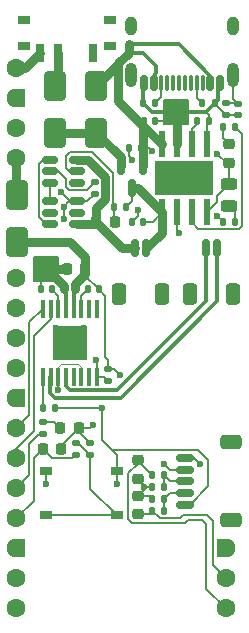
<source format=gbr>
%TF.GenerationSoftware,KiCad,Pcbnew,9.0.0*%
%TF.CreationDate,2025-03-18T00:42:33+02:00*%
%TF.ProjectId,haptic-bracelet,68617074-6963-42d6-9272-6163656c6574,rev?*%
%TF.SameCoordinates,Original*%
%TF.FileFunction,Copper,L1,Top*%
%TF.FilePolarity,Positive*%
%FSLAX46Y46*%
G04 Gerber Fmt 4.6, Leading zero omitted, Abs format (unit mm)*
G04 Created by KiCad (PCBNEW 9.0.0) date 2025-03-18 00:42:33*
%MOMM*%
%LPD*%
G01*
G04 APERTURE LIST*
G04 Aperture macros list*
%AMRoundRect*
0 Rectangle with rounded corners*
0 $1 Rounding radius*
0 $2 $3 $4 $5 $6 $7 $8 $9 X,Y pos of 4 corners*
0 Add a 4 corners polygon primitive as box body*
4,1,4,$2,$3,$4,$5,$6,$7,$8,$9,$2,$3,0*
0 Add four circle primitives for the rounded corners*
1,1,$1+$1,$2,$3*
1,1,$1+$1,$4,$5*
1,1,$1+$1,$6,$7*
1,1,$1+$1,$8,$9*
0 Add four rect primitives between the rounded corners*
20,1,$1+$1,$2,$3,$4,$5,0*
20,1,$1+$1,$4,$5,$6,$7,0*
20,1,$1+$1,$6,$7,$8,$9,0*
20,1,$1+$1,$8,$9,$2,$3,0*%
%AMFreePoly0*
4,1,37,0.603843,0.796157,0.639018,0.796157,0.711114,0.766294,0.766294,0.711114,0.796157,0.639018,0.796157,0.603843,0.800000,0.600000,0.800000,-0.600000,0.796157,-0.603843,0.796157,-0.639018,0.766294,-0.711114,0.711114,-0.766294,0.639018,-0.796157,0.603843,-0.796157,0.600000,-0.800000,0.000000,-0.800000,0.000000,-0.796148,-0.078414,-0.796148,-0.232228,-0.765552,-0.377117,-0.705537,
-0.507515,-0.618408,-0.618408,-0.507515,-0.705537,-0.377117,-0.765552,-0.232228,-0.796148,-0.078414,-0.796148,0.078414,-0.765552,0.232228,-0.705537,0.377117,-0.618408,0.507515,-0.507515,0.618408,-0.377117,0.705537,-0.232228,0.765552,-0.078414,0.796148,0.000000,0.796148,0.000000,0.800000,0.600000,0.800000,0.603843,0.796157,0.603843,0.796157,$1*%
%AMFreePoly1*
4,1,37,0.000000,0.796148,0.078414,0.796148,0.232228,0.765552,0.377117,0.705537,0.507515,0.618408,0.618408,0.507515,0.705537,0.377117,0.765552,0.232228,0.796148,0.078414,0.796148,-0.078414,0.765552,-0.232228,0.705537,-0.377117,0.618408,-0.507515,0.507515,-0.618408,0.377117,-0.705537,0.232228,-0.765552,0.078414,-0.796148,0.000000,-0.796148,0.000000,-0.800000,-0.600000,-0.800000,
-0.603843,-0.796157,-0.639018,-0.796157,-0.711114,-0.766294,-0.766294,-0.711114,-0.796157,-0.639018,-0.796157,-0.603843,-0.800000,-0.600000,-0.800000,0.600000,-0.796157,0.603843,-0.796157,0.639018,-0.766294,0.711114,-0.711114,0.766294,-0.639018,0.796157,-0.603843,0.796157,-0.600000,0.800000,0.000000,0.800000,0.000000,0.796148,0.000000,0.796148,$1*%
G04 Aperture macros list end*
%TA.AperFunction,Conductor*%
%ADD10C,0.200000*%
%TD*%
%TA.AperFunction,SMDPad,CuDef*%
%ADD11RoundRect,0.218750X0.218750X0.256250X-0.218750X0.256250X-0.218750X-0.256250X0.218750X-0.256250X0*%
%TD*%
%TA.AperFunction,SMDPad,CuDef*%
%ADD12R,1.000000X0.800000*%
%TD*%
%TA.AperFunction,SMDPad,CuDef*%
%ADD13R,0.700000X1.500000*%
%TD*%
%TA.AperFunction,SMDPad,CuDef*%
%ADD14RoundRect,0.150000X-0.150000X-0.625000X0.150000X-0.625000X0.150000X0.625000X-0.150000X0.625000X0*%
%TD*%
%TA.AperFunction,SMDPad,CuDef*%
%ADD15RoundRect,0.250000X-0.350000X-0.650000X0.350000X-0.650000X0.350000X0.650000X-0.350000X0.650000X0*%
%TD*%
%TA.AperFunction,SMDPad,CuDef*%
%ADD16RoundRect,0.150000X-0.512500X-0.150000X0.512500X-0.150000X0.512500X0.150000X-0.512500X0.150000X0*%
%TD*%
%TA.AperFunction,SMDPad,CuDef*%
%ADD17RoundRect,0.135000X-0.135000X-0.185000X0.135000X-0.185000X0.135000X0.185000X-0.135000X0.185000X0*%
%TD*%
%TA.AperFunction,SMDPad,CuDef*%
%ADD18RoundRect,0.135000X0.135000X0.185000X-0.135000X0.185000X-0.135000X-0.185000X0.135000X-0.185000X0*%
%TD*%
%TA.AperFunction,SMDPad,CuDef*%
%ADD19RoundRect,0.140000X-0.140000X-0.170000X0.140000X-0.170000X0.140000X0.170000X-0.140000X0.170000X0*%
%TD*%
%TA.AperFunction,SMDPad,CuDef*%
%ADD20RoundRect,0.225000X-0.225000X-0.250000X0.225000X-0.250000X0.225000X0.250000X-0.225000X0.250000X0*%
%TD*%
%TA.AperFunction,SMDPad,CuDef*%
%ADD21RoundRect,0.250000X-0.650000X1.000000X-0.650000X-1.000000X0.650000X-1.000000X0.650000X1.000000X0*%
%TD*%
%TA.AperFunction,SMDPad,CuDef*%
%ADD22RoundRect,0.140000X0.140000X0.170000X-0.140000X0.170000X-0.140000X-0.170000X0.140000X-0.170000X0*%
%TD*%
%TA.AperFunction,SMDPad,CuDef*%
%ADD23RoundRect,0.225000X0.225000X0.250000X-0.225000X0.250000X-0.225000X-0.250000X0.225000X-0.250000X0*%
%TD*%
%TA.AperFunction,SMDPad,CuDef*%
%ADD24RoundRect,0.225000X-0.250000X0.225000X-0.250000X-0.225000X0.250000X-0.225000X0.250000X0.225000X0*%
%TD*%
%TA.AperFunction,SMDPad,CuDef*%
%ADD25R,1.000000X0.750000*%
%TD*%
%TA.AperFunction,SMDPad,CuDef*%
%ADD26RoundRect,0.150000X0.512500X0.150000X-0.512500X0.150000X-0.512500X-0.150000X0.512500X-0.150000X0*%
%TD*%
%TA.AperFunction,SMDPad,CuDef*%
%ADD27RoundRect,0.250000X0.650000X-1.000000X0.650000X1.000000X-0.650000X1.000000X-0.650000X-1.000000X0*%
%TD*%
%TA.AperFunction,SMDPad,CuDef*%
%ADD28RoundRect,0.135000X0.185000X-0.135000X0.185000X0.135000X-0.185000X0.135000X-0.185000X-0.135000X0*%
%TD*%
%TA.AperFunction,SMDPad,CuDef*%
%ADD29RoundRect,0.150000X0.150000X0.500000X-0.150000X0.500000X-0.150000X-0.500000X0.150000X-0.500000X0*%
%TD*%
%TA.AperFunction,SMDPad,CuDef*%
%ADD30RoundRect,0.075000X0.075000X0.575000X-0.075000X0.575000X-0.075000X-0.575000X0.075000X-0.575000X0*%
%TD*%
%TA.AperFunction,HeatsinkPad*%
%ADD31O,1.000000X2.100000*%
%TD*%
%TA.AperFunction,HeatsinkPad*%
%ADD32O,1.000000X1.600000*%
%TD*%
%TA.AperFunction,SMDPad,CuDef*%
%ADD33RoundRect,0.100000X0.100000X-0.675000X0.100000X0.675000X-0.100000X0.675000X-0.100000X-0.675000X0*%
%TD*%
%TA.AperFunction,HeatsinkPad*%
%ADD34C,0.600000*%
%TD*%
%TA.AperFunction,HeatsinkPad*%
%ADD35R,3.000000X3.000000*%
%TD*%
%TA.AperFunction,SMDPad,CuDef*%
%ADD36RoundRect,0.243750X0.456250X-0.243750X0.456250X0.243750X-0.456250X0.243750X-0.456250X-0.243750X0*%
%TD*%
%TA.AperFunction,SMDPad,CuDef*%
%ADD37RoundRect,0.225000X0.250000X-0.225000X0.250000X0.225000X-0.250000X0.225000X-0.250000X-0.225000X0*%
%TD*%
%TA.AperFunction,SMDPad,CuDef*%
%ADD38RoundRect,0.218750X-0.256250X0.218750X-0.256250X-0.218750X0.256250X-0.218750X0.256250X0.218750X0*%
%TD*%
%TA.AperFunction,SMDPad,CuDef*%
%ADD39RoundRect,0.150000X-0.150000X0.587500X-0.150000X-0.587500X0.150000X-0.587500X0.150000X0.587500X0*%
%TD*%
%TA.AperFunction,SMDPad,CuDef*%
%ADD40RoundRect,0.135000X-0.185000X0.135000X-0.185000X-0.135000X0.185000X-0.135000X0.185000X0.135000X0*%
%TD*%
%TA.AperFunction,SMDPad,CuDef*%
%ADD41RoundRect,0.150000X0.625000X-0.150000X0.625000X0.150000X-0.625000X0.150000X-0.625000X-0.150000X0*%
%TD*%
%TA.AperFunction,SMDPad,CuDef*%
%ADD42RoundRect,0.250000X0.650000X-0.350000X0.650000X0.350000X-0.650000X0.350000X-0.650000X-0.350000X0*%
%TD*%
%TA.AperFunction,SMDPad,CuDef*%
%ADD43RoundRect,0.140000X0.170000X-0.140000X0.170000X0.140000X-0.170000X0.140000X-0.170000X-0.140000X0*%
%TD*%
%TA.AperFunction,SMDPad,CuDef*%
%ADD44R,0.500000X2.200000*%
%TD*%
%TA.AperFunction,ComponentPad*%
%ADD45C,0.630000*%
%TD*%
%TA.AperFunction,SMDPad,CuDef*%
%ADD46R,4.900000X2.950000*%
%TD*%
%TA.AperFunction,ComponentPad*%
%ADD47FreePoly0,180.000000*%
%TD*%
%TA.AperFunction,ComponentPad*%
%ADD48C,1.600000*%
%TD*%
%TA.AperFunction,ComponentPad*%
%ADD49FreePoly1,180.000000*%
%TD*%
%TA.AperFunction,ViaPad*%
%ADD50C,0.600000*%
%TD*%
%TA.AperFunction,Conductor*%
%ADD51C,0.750000*%
%TD*%
%TA.AperFunction,Conductor*%
%ADD52C,0.300000*%
%TD*%
%TA.AperFunction,Conductor*%
%ADD53C,0.100000*%
%TD*%
G04 APERTURE END LIST*
%TO.N,GND*%
D10*
X168750000Y-80250000D02*
X170750000Y-80250000D01*
X170750000Y-82250000D01*
X168750000Y-82250000D01*
X168750000Y-80250000D01*
%TA.AperFunction,Conductor*%
G36*
X168750000Y-80250000D02*
G01*
X170750000Y-80250000D01*
X170750000Y-82250000D01*
X168750000Y-82250000D01*
X168750000Y-80250000D01*
G37*
%TD.AperFunction*%
X157750000Y-93500000D02*
X159750000Y-93500000D01*
X159750000Y-95500000D01*
X157750000Y-95500000D01*
X157750000Y-93500000D01*
%TA.AperFunction,Conductor*%
G36*
X157750000Y-93500000D02*
G01*
X159750000Y-93500000D01*
X159750000Y-95500000D01*
X157750000Y-95500000D01*
X157750000Y-93500000D01*
G37*
%TD.AperFunction*%
%TD*%
D11*
%TO.P,D3,1,K*%
%TO.N,GND*%
X161537500Y-108000000D03*
%TO.P,D3,2,A*%
%TO.N,Net-(D3-A)*%
X159962500Y-108000000D03*
%TD*%
D12*
%TO.P,SW2,*%
%TO.N,*%
X164150000Y-75605000D03*
X164150000Y-73395000D03*
X156850000Y-75605000D03*
X156850000Y-73395000D03*
D13*
%TO.P,SW2,1,A*%
%TO.N,unconnected-(SW2-A-Pad1)*%
X162750000Y-76255000D03*
%TO.P,SW2,2,B*%
%TO.N,Net-(D8-K)*%
X159750000Y-76255000D03*
%TO.P,SW2,3,C*%
%TO.N,Net-(A1-VSYS)*%
X158250000Y-76255000D03*
%TD*%
D14*
%TO.P,J4,1,Pin_1*%
%TO.N,-BATT*%
X166250000Y-92750000D03*
%TO.P,J4,2,Pin_2*%
%TO.N,+BATT*%
X167250000Y-92750000D03*
D15*
%TO.P,J4,MP*%
%TO.N,N/C*%
X164950000Y-96625000D03*
X168550000Y-96625000D03*
%TD*%
D16*
%TO.P,U4,1,OD*%
%TO.N,Net-(U3-G1)*%
X159112500Y-85300000D03*
%TO.P,U4,2,CS*%
%TO.N,Net-(U4-CS)*%
X159112500Y-86250000D03*
%TO.P,U4,3,OC*%
%TO.N,Net-(U3-G2)*%
X159112500Y-87200000D03*
%TO.P,U4,4,TD*%
%TO.N,unconnected-(U4-TD-Pad4)*%
X161387500Y-87200000D03*
%TO.P,U4,5,VCC*%
%TO.N,Net-(U4-VCC)*%
X161387500Y-86250000D03*
%TO.P,U4,6,GND*%
%TO.N,-BATT*%
X161387500Y-85300000D03*
%TD*%
D17*
%TO.P,R6,1*%
%TO.N,GND*%
X166990000Y-80500000D03*
%TO.P,R6,2*%
%TO.N,Net-(J5-CC2)*%
X168010000Y-80500000D03*
%TD*%
%TO.P,R5,1*%
%TO.N,Net-(U4-VCC)*%
X164490000Y-89250000D03*
%TO.P,R5,2*%
%TO.N,+BATT*%
X165510000Y-89250000D03*
%TD*%
D18*
%TO.P,R12,1*%
%TO.N,+5V*%
X166760000Y-84250000D03*
%TO.P,R12,2*%
%TO.N,GND*%
X165740000Y-84250000D03*
%TD*%
D19*
%TO.P,C2,1*%
%TO.N,GND*%
X166020000Y-90500000D03*
%TO.P,C2,2*%
%TO.N,+BATT*%
X166980000Y-90500000D03*
%TD*%
D20*
%TO.P,C11,1*%
%TO.N,PAIR_BUTTON*%
X158475000Y-109750000D03*
%TO.P,C11,2*%
%TO.N,GND*%
X160025000Y-109750000D03*
%TD*%
D18*
%TO.P,R2,1*%
%TO.N,Net-(U1-~{CHRG})*%
X174760000Y-82500000D03*
%TO.P,R2,2*%
%TO.N,Net-(D2-K)*%
X173740000Y-82500000D03*
%TD*%
D21*
%TO.P,D8,1,K*%
%TO.N,Net-(D8-K)*%
X159500000Y-79000000D03*
%TO.P,D8,2,A*%
%TO.N,VCC*%
X159500000Y-83000000D03*
%TD*%
D18*
%TO.P,R15,1*%
%TO.N,Net-(J6-Pin_3)*%
X168760000Y-113000000D03*
%TO.P,R15,2*%
%TO.N,GND*%
X167740000Y-113000000D03*
%TD*%
D20*
%TO.P,C3,1*%
%TO.N,-BATT*%
X163000000Y-90500000D03*
%TO.P,C3,2*%
%TO.N,Net-(U4-VCC)*%
X164550000Y-90500000D03*
%TD*%
D18*
%TO.P,R7,1*%
%TO.N,GND*%
X173010000Y-80500000D03*
%TO.P,R7,2*%
%TO.N,Net-(J5-CC1)*%
X171990000Y-80500000D03*
%TD*%
D22*
%TO.P,C6,1*%
%TO.N,+3V3*%
X163230000Y-96250000D03*
%TO.P,C6,2*%
%TO.N,Net-(U2-VCP)*%
X162270000Y-96250000D03*
%TD*%
D14*
%TO.P,J2,1,Pin_1*%
%TO.N,MA2*%
X172250000Y-92750000D03*
%TO.P,J2,2,Pin_2*%
%TO.N,MA1*%
X173250000Y-92750000D03*
D15*
%TO.P,J2,MP*%
%TO.N,N/C*%
X170950000Y-96625000D03*
X174550000Y-96625000D03*
%TD*%
D18*
%TO.P,R1,1*%
%TO.N,GND*%
X172510000Y-82000000D03*
%TO.P,R1,2*%
%TO.N,Net-(U1-Prog)*%
X171490000Y-82000000D03*
%TD*%
D23*
%TO.P,C8,1*%
%TO.N,+3V3*%
X162050000Y-94500000D03*
%TO.P,C8,2*%
%TO.N,GND*%
X160500000Y-94500000D03*
%TD*%
D24*
%TO.P,C4,1*%
%TO.N,AUX_DIGITAL*%
X166500000Y-110725000D03*
%TO.P,C4,2*%
%TO.N,GND*%
X166500000Y-112275000D03*
%TD*%
D25*
%TO.P,SW1,1,1*%
%TO.N,Net-(R16-Pad2)*%
X164750000Y-115375000D03*
X158750000Y-115375000D03*
%TO.P,SW1,2,2*%
%TO.N,+3V3*%
X164750000Y-111625000D03*
X158750000Y-111625000D03*
%TD*%
D26*
%TO.P,U3,1,S1*%
%TO.N,-BATT*%
X161387500Y-90700000D03*
%TO.P,U3,2,D1D2*%
%TO.N,unconnected-(U3-D1D2-Pad2)*%
X161387500Y-89750000D03*
%TO.P,U3,3,S2*%
%TO.N,GND*%
X161387500Y-88800000D03*
%TO.P,U3,4,G2*%
%TO.N,Net-(U3-G2)*%
X159112500Y-88800000D03*
%TO.P,U3,5,D1D2*%
%TO.N,unconnected-(U3-D1D2-Pad5)*%
X159112500Y-89750000D03*
%TO.P,U3,6,G1*%
%TO.N,Net-(U3-G1)*%
X159112500Y-90700000D03*
%TD*%
D27*
%TO.P,D9,1,K*%
%TO.N,+3V3*%
X156250000Y-92250000D03*
%TO.P,D9,2,A*%
%TO.N,Net-(A1-3V3)*%
X156250000Y-88250000D03*
%TD*%
D28*
%TO.P,R4,1*%
%TO.N,GND*%
X162850000Y-88160000D03*
%TO.P,R4,2*%
%TO.N,Net-(U4-CS)*%
X162850000Y-87140000D03*
%TD*%
D22*
%TO.P,C10,1*%
%TO.N,GND*%
X167980000Y-82000000D03*
%TO.P,C10,2*%
%TO.N,+5V*%
X167020000Y-82000000D03*
%TD*%
D29*
%TO.P,J5,A1,GND*%
%TO.N,GND*%
X173450000Y-78745000D03*
%TO.P,J5,A4,VBUS*%
%TO.N,+5V*%
X172650000Y-78745000D03*
D30*
%TO.P,J5,A5,CC1*%
%TO.N,Net-(J5-CC1)*%
X171500000Y-78745000D03*
%TO.P,J5,A6*%
%TO.N,N/C*%
X170500000Y-78745000D03*
%TO.P,J5,A7*%
X170000000Y-78745000D03*
%TO.P,J5,A8*%
X169000000Y-78745000D03*
D29*
%TO.P,J5,A9,VBUS*%
%TO.N,+5V*%
X167850000Y-78745000D03*
%TO.P,J5,A12,GND*%
%TO.N,GND*%
X167050000Y-78745000D03*
%TO.P,J5,B1,GND*%
X167050000Y-78745000D03*
%TO.P,J5,B4,VBUS*%
%TO.N,+5V*%
X167850000Y-78745000D03*
D30*
%TO.P,J5,B5,CC2*%
%TO.N,Net-(J5-CC2)*%
X168500000Y-78745000D03*
%TO.P,J5,B6*%
%TO.N,N/C*%
X169500000Y-78745000D03*
%TO.P,J5,B7*%
X171000000Y-78745000D03*
%TO.P,J5,B8*%
X172000000Y-78745000D03*
D29*
%TO.P,J5,B9,VBUS*%
%TO.N,+5V*%
X172650000Y-78745000D03*
%TO.P,J5,B12,GND*%
%TO.N,GND*%
X173450000Y-78745000D03*
D31*
%TO.P,J5,S1,SHIELD*%
%TO.N,Net-(J5-SHIELD)*%
X174570000Y-78105000D03*
D32*
X174570000Y-73925000D03*
D31*
X165930000Y-78105000D03*
D32*
X165930000Y-73925000D03*
%TD*%
D18*
%TO.P,R8,1*%
%TO.N,Net-(J6-Pin_2)*%
X168760000Y-115000000D03*
%TO.P,R8,2*%
%TO.N,AUX_DETECT*%
X167740000Y-115000000D03*
%TD*%
D33*
%TO.P,U2,1,nSleep*%
%TO.N,Net-(U2-nSleep)*%
X158475000Y-103625000D03*
%TO.P,U2,2,AOUT1*%
%TO.N,MA1*%
X159125000Y-103625000D03*
%TO.P,U2,3,AISEN*%
%TO.N,GND*%
X159775000Y-103625000D03*
%TO.P,U2,4,AOUT2*%
%TO.N,MA2*%
X160425000Y-103625000D03*
%TO.P,U2,5,BOUT2*%
%TO.N,unconnected-(U2-BOUT2-Pad5)*%
X161075000Y-103625000D03*
%TO.P,U2,6,BISEN*%
%TO.N,GND*%
X161725000Y-103625000D03*
%TO.P,U2,7,BOUT1*%
%TO.N,unconnected-(U2-BOUT1-Pad7)*%
X162375000Y-103625000D03*
%TO.P,U2,8,nFAULT*%
%TO.N,nFAULT*%
X163025000Y-103625000D03*
%TO.P,U2,9,BIN1*%
%TO.N,unconnected-(U2-BIN1-Pad9)*%
X163025000Y-97875000D03*
%TO.P,U2,10,BIN2*%
%TO.N,unconnected-(U2-BIN2-Pad10)*%
X162375000Y-97875000D03*
%TO.P,U2,11,VCP*%
%TO.N,Net-(U2-VCP)*%
X161725000Y-97875000D03*
%TO.P,U2,12,VM*%
%TO.N,+3V3*%
X161075000Y-97875000D03*
%TO.P,U2,13,GND*%
%TO.N,GND*%
X160425000Y-97875000D03*
%TO.P,U2,14,VINT*%
%TO.N,Net-(U2-VINT)*%
X159775000Y-97875000D03*
%TO.P,U2,15,AIN2*%
%TO.N,IA2*%
X159125000Y-97875000D03*
%TO.P,U2,16,AIN1*%
%TO.N,IA1*%
X158475000Y-97875000D03*
D34*
%TO.P,U2,17*%
%TO.N,N/C*%
X159550000Y-101950000D03*
X161950000Y-101950000D03*
D35*
X160750000Y-100750000D03*
D34*
X159550000Y-99550000D03*
X161950000Y-99550000D03*
%TD*%
D28*
%TO.P,R17,1*%
%TO.N,Net-(R16-Pad2)*%
X162500000Y-110260000D03*
%TO.P,R17,2*%
%TO.N,GND*%
X162500000Y-109240000D03*
%TD*%
D17*
%TO.P,R9,1*%
%TO.N,Net-(U2-nSleep)*%
X158480000Y-106250000D03*
%TO.P,R9,2*%
%TO.N,+3V3*%
X159500000Y-106250000D03*
%TD*%
D36*
%TO.P,D1,1,K*%
%TO.N,Net-(D1-K)*%
X174250000Y-89187500D03*
%TO.P,D1,2,A*%
%TO.N,+5V*%
X174250000Y-87312500D03*
%TD*%
D37*
%TO.P,C1,1*%
%TO.N,AUX_DETECT*%
X166500000Y-115275000D03*
%TO.P,C1,2*%
%TO.N,GND*%
X166500000Y-113725000D03*
%TD*%
D18*
%TO.P,R14,1*%
%TO.N,Net-(J6-Pin_2)*%
X168760000Y-114000000D03*
%TO.P,R14,2*%
%TO.N,GND*%
X167740000Y-114000000D03*
%TD*%
D19*
%TO.P,C5,1*%
%TO.N,GND*%
X158290000Y-96250000D03*
%TO.P,C5,2*%
%TO.N,Net-(U2-VINT)*%
X159250000Y-96250000D03*
%TD*%
D28*
%TO.P,R11,1*%
%TO.N,GND*%
X174000000Y-81510000D03*
%TO.P,R11,2*%
%TO.N,Net-(J5-SHIELD)*%
X174000000Y-80490000D03*
%TD*%
D38*
%TO.P,D2,1,K*%
%TO.N,Net-(D2-K)*%
X174250000Y-83962500D03*
%TO.P,D2,2,A*%
%TO.N,+5V*%
X174250000Y-85537500D03*
%TD*%
D39*
%TO.P,Q2,1,G*%
%TO.N,+5V*%
X166950000Y-85812500D03*
%TO.P,Q2,2,S*%
%TO.N,VCC*%
X165050000Y-85812500D03*
%TO.P,Q2,3,D*%
%TO.N,+BATT*%
X166000000Y-87687500D03*
%TD*%
D40*
%TO.P,R18,1*%
%TO.N,Net-(D3-A)*%
X158500000Y-107490000D03*
%TO.P,R18,2*%
%TO.N,LED*%
X158500000Y-108510000D03*
%TD*%
D41*
%TO.P,J6,1,Pin_1*%
%TO.N,+3V3*%
X170500000Y-114500000D03*
%TO.P,J6,2,Pin_2*%
%TO.N,Net-(J6-Pin_2)*%
X170500000Y-113500000D03*
%TO.P,J6,3,Pin_3*%
%TO.N,Net-(J6-Pin_3)*%
X170500000Y-112500000D03*
%TO.P,J6,4,Pin_4*%
%TO.N,AUX_ANALOG*%
X170500000Y-111500000D03*
%TO.P,J6,5,Pin_5*%
%TO.N,GND*%
X170500000Y-110500000D03*
D42*
%TO.P,J6,MP*%
%TO.N,N/C*%
X174375000Y-115800000D03*
X174375000Y-109200000D03*
%TD*%
D17*
%TO.P,R13,1*%
%TO.N,AUX_DIGITAL*%
X167740000Y-112000000D03*
%TO.P,R13,2*%
%TO.N,Net-(J6-Pin_3)*%
X168760000Y-112000000D03*
%TD*%
D27*
%TO.P,D7,1,K*%
%TO.N,VCC*%
X163000000Y-83000000D03*
%TO.P,D7,2,A*%
%TO.N,+5V*%
X163000000Y-79000000D03*
%TD*%
D28*
%TO.P,R16,1*%
%TO.N,PAIR_BUTTON*%
X161250000Y-110260000D03*
%TO.P,R16,2*%
%TO.N,Net-(R16-Pad2)*%
X161250000Y-109240000D03*
%TD*%
D40*
%TO.P,R10,1*%
%TO.N,+3V3*%
X164000000Y-102990000D03*
%TO.P,R10,2*%
%TO.N,nFAULT*%
X164000000Y-104010000D03*
%TD*%
D17*
%TO.P,R3,1*%
%TO.N,Net-(U1-~{STDBY})*%
X173740000Y-90500000D03*
%TO.P,R3,2*%
%TO.N,Net-(D1-K)*%
X174760000Y-90500000D03*
%TD*%
D22*
%TO.P,C7,1*%
%TO.N,+3V3*%
X161230000Y-96250000D03*
%TO.P,C7,2*%
%TO.N,GND*%
X160270000Y-96250000D03*
%TD*%
D43*
%TO.P,C9,1*%
%TO.N,GND*%
X175000000Y-81480000D03*
%TO.P,C9,2*%
%TO.N,Net-(J5-SHIELD)*%
X175000000Y-80520000D03*
%TD*%
D44*
%TO.P,U1,1,Temp*%
%TO.N,GND*%
X172355000Y-83975000D03*
%TO.P,U1,2,Prog*%
%TO.N,Net-(U1-Prog)*%
X171085000Y-83975000D03*
%TO.P,U1,3,GND*%
%TO.N,GND*%
X169815000Y-83975000D03*
%TO.P,U1,4,Vcc*%
%TO.N,+5V*%
X168545000Y-83975000D03*
%TO.P,U1,5,BAT*%
%TO.N,+BATT*%
X168545000Y-89725000D03*
%TO.P,U1,6,~{STDBY}*%
%TO.N,Net-(U1-~{STDBY})*%
X169815000Y-89725000D03*
%TO.P,U1,7,~{CHRG}*%
%TO.N,Net-(U1-~{CHRG})*%
X171085000Y-89725000D03*
%TO.P,U1,8,CE*%
%TO.N,+5V*%
X172355000Y-89725000D03*
D45*
%TO.P,U1,9*%
%TO.N,N/C*%
X171750000Y-86200000D03*
X170450000Y-86200000D03*
X169150000Y-86200000D03*
D46*
X170450000Y-86850000D03*
D45*
X171750000Y-87500000D03*
X170450000Y-87500000D03*
X169150000Y-87500000D03*
%TD*%
D47*
%TO.P,A1,18,GND*%
%TO.N,GND*%
X174000000Y-118180000D03*
D48*
%TO.P,A1,19,GPIO14*%
%TO.N,AUX_DETECT*%
X174000000Y-120720000D03*
%TO.P,A1,20,GPIO15*%
%TO.N,AUX_DIGITAL*%
X174000000Y-123260000D03*
%TO.P,A1,21,GPIO16*%
%TO.N,unconnected-(A1-GPIO16-Pad21)*%
X156220000Y-123260000D03*
%TO.P,A1,22,GPIO17*%
%TO.N,unconnected-(A1-GPIO17-Pad22)*%
X156220000Y-120720000D03*
D49*
%TO.P,A1,23,GND*%
%TO.N,GND*%
X156220000Y-118180000D03*
D48*
%TO.P,A1,24,GPIO18*%
%TO.N,PAIR_BUTTON*%
X156220000Y-115640000D03*
%TO.P,A1,25,GPIO19*%
%TO.N,LED*%
X156220000Y-113100000D03*
%TO.P,A1,26,GPIO20*%
%TO.N,IA2*%
X156220000Y-110560000D03*
%TO.P,A1,27,GPIO21*%
%TO.N,IA1*%
X156220000Y-108020000D03*
D49*
%TO.P,A1,28,GND*%
%TO.N,GND*%
X156220000Y-105480000D03*
D48*
%TO.P,A1,29,GPIO22*%
%TO.N,nFAULT*%
X156220000Y-102940000D03*
%TO.P,A1,30,RUN*%
%TO.N,unconnected-(A1-RUN-Pad30)*%
X156220000Y-100400000D03*
%TO.P,A1,31,GPIO26_ADC0*%
%TO.N,AUX_ANALOG*%
X156220000Y-97860000D03*
%TO.P,A1,32,GPIO27_ADC1*%
%TO.N,unconnected-(A1-GPIO27_ADC1-Pad32)*%
X156220000Y-95320000D03*
%TO.P,A1,36,3V3*%
%TO.N,Net-(A1-3V3)*%
X156220000Y-85160000D03*
%TO.P,A1,37,3V3_EN*%
%TO.N,unconnected-(A1-3V3_EN-Pad37)*%
X156220000Y-82620000D03*
D49*
%TO.P,A1,38,GND*%
%TO.N,GND*%
X156220000Y-80080000D03*
D48*
%TO.P,A1,39,VSYS*%
%TO.N,Net-(A1-VSYS)*%
X156220000Y-77540000D03*
%TD*%
D50*
%TO.N,GND*%
X171750000Y-111000000D03*
X160000000Y-88000000D03*
X158750000Y-94500000D03*
X158750000Y-93750000D03*
X158000000Y-95250000D03*
X169750000Y-80500000D03*
X159750000Y-104750000D03*
X159500000Y-93750000D03*
X158750000Y-95250000D03*
X158000000Y-94500000D03*
X159500000Y-95250000D03*
X170500000Y-82000000D03*
X166500000Y-89500000D03*
X166000000Y-85250000D03*
X169000000Y-81250000D03*
X159500000Y-94500000D03*
X160250000Y-89250000D03*
X169750000Y-81250000D03*
X169750000Y-82000000D03*
X162750000Y-107750000D03*
X170500000Y-81250000D03*
X169000000Y-80500000D03*
X160250000Y-90250000D03*
X169000000Y-82000000D03*
X170500000Y-80500000D03*
X158000000Y-93750000D03*
X167000000Y-113000000D03*
%TO.N,Net-(U1-~{STDBY})*%
X170000000Y-91500000D03*
X173250000Y-90000000D03*
%TO.N,+5V*%
X167750000Y-84500000D03*
X173250000Y-84750000D03*
%TO.N,+3V3*%
X158750000Y-112750000D03*
X163500000Y-106250000D03*
X165000000Y-103500000D03*
X164750000Y-112750000D03*
%TO.N,AUX_ANALOG*%
X168750000Y-111000000D03*
%TO.N,nFAULT*%
X163000000Y-102250000D03*
%TD*%
D10*
%TO.N,GND*%
X160025000Y-109750000D02*
X160025000Y-109512500D01*
X160025000Y-109512500D02*
X161537500Y-108000000D01*
X161537500Y-108000000D02*
X161537500Y-108277500D01*
X161537500Y-108277500D02*
X162500000Y-109240000D01*
X161537500Y-108000000D02*
X162500000Y-108000000D01*
X162500000Y-108000000D02*
X162750000Y-107750000D01*
%TO.N,Net-(D3-A)*%
X158500000Y-107490000D02*
X159452500Y-107490000D01*
X159452500Y-107490000D02*
X159962500Y-108000000D01*
%TO.N,GND*%
X172355000Y-82155000D02*
X172510000Y-82000000D01*
D51*
X158829999Y-94500000D02*
X160270000Y-95940001D01*
D10*
X167000000Y-112775000D02*
X166500000Y-112275000D01*
D52*
X166990000Y-80500000D02*
X166990000Y-78805000D01*
X166990000Y-80500000D02*
X167740000Y-81250000D01*
D10*
X166500000Y-113725000D02*
X167465000Y-113725000D01*
X166500000Y-90020000D02*
X166020000Y-90500000D01*
D52*
X173329000Y-78866000D02*
X173329000Y-80181000D01*
D10*
X173010000Y-80520000D02*
X174000000Y-81510000D01*
X160000000Y-88000000D02*
X160800000Y-88800000D01*
D53*
X160026001Y-102599000D02*
X159775000Y-102850001D01*
D10*
X171250000Y-110500000D02*
X171750000Y-111000000D01*
X160250000Y-90250000D02*
X160250000Y-89250000D01*
X167980000Y-82000000D02*
X169000000Y-82000000D01*
X165740000Y-84990000D02*
X166000000Y-85250000D01*
X167465000Y-113725000D02*
X167740000Y-114000000D01*
X167000000Y-113000000D02*
X167000000Y-112775000D01*
D53*
X159775000Y-102850001D02*
X159775000Y-103625000D01*
D10*
X174000000Y-81510000D02*
X174970000Y-81510000D01*
X172510000Y-81500000D02*
X172260000Y-81250000D01*
D53*
X161725000Y-102850001D02*
X161473999Y-102599000D01*
D10*
X165740000Y-84250000D02*
X165740000Y-84990000D01*
X158290000Y-94960000D02*
X158750000Y-94500000D01*
X174970000Y-81510000D02*
X175000000Y-81480000D01*
X159775000Y-103625000D02*
X159775000Y-104725000D01*
X170500000Y-110500000D02*
X171250000Y-110500000D01*
X173010000Y-80500000D02*
X173010000Y-80520000D01*
X167000000Y-113225000D02*
X166500000Y-113725000D01*
X159775000Y-104725000D02*
X159750000Y-104750000D01*
X160800000Y-88800000D02*
X161387500Y-88800000D01*
D53*
X161473999Y-102599000D02*
X160026001Y-102599000D01*
D10*
X167000000Y-113000000D02*
X167740000Y-113000000D01*
X160700000Y-88800000D02*
X161387500Y-88800000D01*
X161387500Y-88800000D02*
X162210000Y-88800000D01*
D52*
X166990000Y-78805000D02*
X167050000Y-78745000D01*
X167740000Y-81250000D02*
X169000000Y-81250000D01*
D51*
X169815000Y-83975000D02*
X169815000Y-81315000D01*
D52*
X173329000Y-80181000D02*
X173010000Y-80500000D01*
D10*
X172355000Y-83975000D02*
X172355000Y-82155000D01*
X167000000Y-113000000D02*
X167000000Y-113225000D01*
X166500000Y-89500000D02*
X166500000Y-90020000D01*
D51*
X158750000Y-94500000D02*
X158829999Y-94500000D01*
D52*
X173450000Y-78745000D02*
X173329000Y-78866000D01*
X160425000Y-97875000D02*
X160425000Y-96405000D01*
D51*
X169815000Y-81315000D02*
X169750000Y-81250000D01*
X158750000Y-94500000D02*
X160500000Y-94500000D01*
D10*
X172510000Y-82000000D02*
X172510000Y-81500000D01*
X160250000Y-89250000D02*
X160700000Y-88800000D01*
D52*
X160425000Y-96405000D02*
X160270000Y-96250000D01*
D51*
X160270000Y-95940001D02*
X160270000Y-96250000D01*
D53*
X161725000Y-103625000D02*
X161725000Y-102850001D01*
D52*
X173010000Y-80500000D02*
X172260000Y-81250000D01*
D10*
X162210000Y-88800000D02*
X162850000Y-88160000D01*
D52*
X172260000Y-81250000D02*
X170500000Y-81250000D01*
D10*
X158290000Y-96250000D02*
X158290000Y-94960000D01*
%TO.N,Net-(U4-VCC)*%
X160725001Y-86250000D02*
X161387500Y-86250000D01*
X164422000Y-89182000D02*
X164422000Y-86426744D01*
X164422000Y-86426744D02*
X162619256Y-84624000D01*
X164490000Y-89250000D02*
X164422000Y-89182000D01*
X160424000Y-85948999D02*
X160725001Y-86250000D01*
X160424000Y-84959032D02*
X160424000Y-85948999D01*
X160759032Y-84624000D02*
X160424000Y-84959032D01*
X162619256Y-84624000D02*
X160759032Y-84624000D01*
X164490000Y-90440000D02*
X164550000Y-90500000D01*
X164490000Y-89250000D02*
X164490000Y-90440000D01*
%TO.N,+BATT*%
X167770000Y-90500000D02*
X168545000Y-89725000D01*
D51*
X166000000Y-87687500D02*
X166507500Y-87687500D01*
X168545000Y-91455000D02*
X167250000Y-92750000D01*
X166507500Y-87687500D02*
X168545000Y-89725000D01*
D10*
X166000000Y-87687500D02*
X166000000Y-88760000D01*
D51*
X168545000Y-89725000D02*
X168545000Y-91455000D01*
D10*
X166980000Y-90500000D02*
X167770000Y-90500000D01*
X166000000Y-88760000D02*
X165510000Y-89250000D01*
%TO.N,Net-(U4-CS)*%
X159774999Y-86250000D02*
X160424000Y-86899001D01*
X159112500Y-86250000D02*
X159774999Y-86250000D01*
X160424000Y-86899001D02*
X160424000Y-87540968D01*
X160684032Y-87801000D02*
X162189000Y-87801000D01*
X162189000Y-87801000D02*
X162850000Y-87140000D01*
X160424000Y-87540968D02*
X160684032Y-87801000D01*
%TO.N,Net-(U1-~{STDBY})*%
X173740000Y-90500000D02*
X173740000Y-90490000D01*
X173740000Y-90490000D02*
X173250000Y-90000000D01*
X169815000Y-89725000D02*
X169815000Y-91315000D01*
X169815000Y-91315000D02*
X170000000Y-91500000D01*
%TO.N,Net-(D1-K)*%
X174760000Y-90500000D02*
X174760000Y-89697500D01*
X174760000Y-89697500D02*
X174250000Y-89187500D01*
%TO.N,Net-(J6-Pin_3)*%
X168760000Y-112000000D02*
X169260000Y-112500000D01*
X169260000Y-112500000D02*
X170500000Y-112500000D01*
X168760000Y-113000000D02*
X168760000Y-112000000D01*
%TO.N,Net-(J6-Pin_2)*%
X169260000Y-113500000D02*
X170500000Y-113500000D01*
X168760000Y-115000000D02*
X168760000Y-114000000D01*
X168760000Y-114000000D02*
X169260000Y-113500000D01*
%TO.N,AUX_DIGITAL*%
X166500000Y-110760000D02*
X167740000Y-112000000D01*
X171972836Y-115750000D02*
X170750000Y-115750000D01*
X166500000Y-110725000D02*
X166500000Y-110760000D01*
X165724000Y-115724110D02*
X165724000Y-111763500D01*
X172311000Y-116088164D02*
X171972836Y-115750000D01*
X166025890Y-116026000D02*
X165724000Y-115724110D01*
X174000000Y-123260000D02*
X172311000Y-121571000D01*
X166500000Y-110987500D02*
X166500000Y-110725000D01*
X172311000Y-121571000D02*
X172311000Y-116088164D01*
X170474000Y-116026000D02*
X166025890Y-116026000D01*
X165724000Y-111763500D02*
X166500000Y-110987500D01*
X170750000Y-115750000D02*
X170474000Y-116026000D01*
%TO.N,+5V*%
X167500000Y-84250000D02*
X167750000Y-84500000D01*
D51*
X164854000Y-77109306D02*
X164854000Y-80284000D01*
D52*
X165750000Y-75500000D02*
X170009534Y-75500000D01*
X170009534Y-75500000D02*
X172650000Y-78140466D01*
X166995025Y-76213306D02*
X168086000Y-77304281D01*
D51*
X166950000Y-82380000D02*
X166950000Y-85812500D01*
D10*
X173201000Y-88361500D02*
X174250000Y-87312500D01*
D51*
X164854000Y-77109306D02*
X164854000Y-77146000D01*
D10*
X174037500Y-85537500D02*
X173250000Y-84750000D01*
D52*
X168086000Y-77904466D02*
X167850000Y-78140466D01*
D10*
X166760000Y-84250000D02*
X167500000Y-84250000D01*
X174250000Y-85537500D02*
X174037500Y-85537500D01*
D52*
X172650000Y-78140466D02*
X172650000Y-78745000D01*
D51*
X165750000Y-76213306D02*
X165750000Y-75500000D01*
D52*
X165750000Y-76213306D02*
X166995025Y-76213306D01*
X168086000Y-77304281D02*
X168086000Y-77904466D01*
D51*
X165750000Y-76213306D02*
X164854000Y-77109306D01*
X166950000Y-82380000D02*
X168545000Y-83975000D01*
D52*
X167850000Y-78140466D02*
X167850000Y-78745000D01*
D10*
X172355000Y-89725000D02*
X173201000Y-88879000D01*
X173201000Y-88879000D02*
X173201000Y-88361500D01*
D51*
X164854000Y-77146000D02*
X163000000Y-79000000D01*
D10*
X174250000Y-87312500D02*
X174250000Y-85537500D01*
D51*
X164854000Y-80284000D02*
X166950000Y-82380000D01*
D10*
%TO.N,Net-(D2-K)*%
X173740000Y-82500000D02*
X173740000Y-83452500D01*
X173740000Y-83452500D02*
X174250000Y-83962500D01*
%TO.N,Net-(U1-~{CHRG})*%
X175331000Y-83071000D02*
X175331000Y-90869340D01*
X171636000Y-91126000D02*
X171085000Y-90575000D01*
X174760000Y-82500000D02*
X175331000Y-83071000D01*
X171085000Y-90575000D02*
X171085000Y-89725000D01*
X175074340Y-91126000D02*
X171636000Y-91126000D01*
X175331000Y-90869340D02*
X175074340Y-91126000D01*
%TO.N,Net-(U1-Prog)*%
X171085000Y-82665000D02*
X171490000Y-82260000D01*
X171490000Y-82260000D02*
X171490000Y-82000000D01*
X171085000Y-83975000D02*
X171085000Y-82665000D01*
%TO.N,AUX_DETECT*%
X170333900Y-115349000D02*
X172349000Y-115349000D01*
X167740000Y-115000000D02*
X168361000Y-115621000D01*
X172349000Y-115349000D02*
X172894000Y-115894000D01*
X166500000Y-115275000D02*
X167465000Y-115275000D01*
X172894000Y-119614000D02*
X174000000Y-120720000D01*
X167465000Y-115275000D02*
X167740000Y-115000000D01*
X172894000Y-115894000D02*
X172894000Y-119614000D01*
X170061900Y-115621000D02*
X170333900Y-115349000D01*
X168361000Y-115621000D02*
X170061900Y-115621000D01*
%TO.N,Net-(U2-nSleep)*%
X158480000Y-106250000D02*
X158480000Y-103630000D01*
X158480000Y-103630000D02*
X158475000Y-103625000D01*
D52*
%TO.N,+3V3*%
X161075000Y-97875000D02*
X161075000Y-96405000D01*
D51*
X162050000Y-94500000D02*
X162050000Y-93487500D01*
D10*
X163230000Y-96250000D02*
X163750000Y-96770000D01*
X164490000Y-102990000D02*
X165000000Y-103500000D01*
X164000000Y-102250000D02*
X164000000Y-102990000D01*
X170500000Y-114500000D02*
X170925000Y-114500000D01*
X163750000Y-102000000D02*
X164000000Y-102250000D01*
X170925000Y-114500000D02*
X172500000Y-112925000D01*
X159500000Y-106250000D02*
X163500000Y-106250000D01*
X172500000Y-112925000D02*
X172500000Y-110650001D01*
D51*
X161230000Y-95770000D02*
X162050000Y-94950000D01*
D10*
X171650999Y-109801000D02*
X164301000Y-109801000D01*
D51*
X162050000Y-94950000D02*
X162050000Y-94500000D01*
X156250000Y-92250000D02*
X160812500Y-92250000D01*
D10*
X164750000Y-111625000D02*
X164750000Y-112750000D01*
X162050000Y-95070000D02*
X163230000Y-96250000D01*
D52*
X161075000Y-96405000D02*
X161230000Y-96250000D01*
D51*
X162050000Y-93487500D02*
X161062500Y-92500000D01*
X160812500Y-92250000D02*
X161062500Y-92500000D01*
X161230000Y-96250000D02*
X161230000Y-95770000D01*
D10*
X164301000Y-109801000D02*
X164750000Y-110250000D01*
X162050000Y-94500000D02*
X162050000Y-95070000D01*
X164750000Y-110250000D02*
X164750000Y-111625000D01*
X163500000Y-109000000D02*
X163500000Y-106250000D01*
X164301000Y-109801000D02*
X163500000Y-109000000D01*
X158750000Y-112750000D02*
X158750000Y-111625000D01*
X163750000Y-96770000D02*
X163750000Y-102000000D01*
X164000000Y-102990000D02*
X164490000Y-102990000D01*
X172500000Y-110650001D02*
X171650999Y-109801000D01*
%TO.N,Net-(U3-G1)*%
X158149000Y-85601001D02*
X158450001Y-85300000D01*
X158758032Y-90700000D02*
X158149000Y-90090968D01*
X158149000Y-90090968D02*
X158149000Y-85601001D01*
X159112500Y-90700000D02*
X158758032Y-90700000D01*
X158450001Y-85300000D02*
X159112500Y-85300000D01*
D51*
%TO.N,-BATT*%
X165185980Y-92750000D02*
X166250000Y-92750000D01*
X163000000Y-90500000D02*
X163000000Y-90564020D01*
X163000000Y-89339248D02*
X163000000Y-90500000D01*
X162339248Y-85300000D02*
X163746000Y-86706752D01*
X161387500Y-85300000D02*
X162339248Y-85300000D01*
X163746000Y-86706752D02*
X163746000Y-88593248D01*
X161387500Y-90700000D02*
X162800000Y-90700000D01*
X163746000Y-88593248D02*
X163000000Y-89339248D01*
X162800000Y-90700000D02*
X163000000Y-90500000D01*
X163000000Y-90564020D02*
X165185980Y-92750000D01*
D10*
%TO.N,Net-(U3-G2)*%
X159112500Y-88800000D02*
X159112500Y-87200000D01*
D51*
%TO.N,VCC*%
X163000000Y-83000000D02*
X165050000Y-85050000D01*
X165050000Y-85050000D02*
X165050000Y-85812500D01*
X159500000Y-83000000D02*
X163000000Y-83000000D01*
D10*
%TO.N,IA1*%
X156220000Y-108020000D02*
X157326000Y-106914000D01*
X157326000Y-106914000D02*
X157326000Y-99024000D01*
X157326000Y-99024000D02*
X158475000Y-97875000D01*
D52*
%TO.N,MA1*%
X159480346Y-105401000D02*
X165099000Y-105401000D01*
X159099000Y-103651000D02*
X159099000Y-105019654D01*
X173250000Y-92750000D02*
X173250000Y-97250000D01*
X159099000Y-105019654D02*
X159480346Y-105401000D01*
X159125000Y-103625000D02*
X159099000Y-103651000D01*
X165099000Y-105401000D02*
X173250000Y-97250000D01*
%TO.N,MA2*%
X160776001Y-104751000D02*
X164749000Y-104751000D01*
X164749000Y-104751000D02*
X172250000Y-97250000D01*
X160425000Y-104399999D02*
X160776001Y-104751000D01*
X160425000Y-103625000D02*
X160425000Y-104399999D01*
X172250000Y-92750000D02*
X172250000Y-97250000D01*
D10*
%TO.N,IA2*%
X157727000Y-108273000D02*
X157727000Y-100171000D01*
X156220000Y-110560000D02*
X156220000Y-109780000D01*
X159125000Y-98773000D02*
X159125000Y-97875000D01*
X157727000Y-100171000D02*
X159125000Y-98773000D01*
X156220000Y-109780000D02*
X157727000Y-108273000D01*
%TO.N,Net-(U2-VCP)*%
X161725000Y-97875000D02*
X161725000Y-96795000D01*
X161725000Y-96795000D02*
X162270000Y-96250000D01*
%TO.N,Net-(U2-VINT)*%
X159775000Y-97875000D02*
X159775000Y-96775000D01*
X159775000Y-96775000D02*
X159250000Y-96250000D01*
D51*
%TO.N,Net-(A1-3V3)*%
X156220000Y-88220000D02*
X156250000Y-88250000D01*
X156220000Y-85160000D02*
X156220000Y-88220000D01*
%TO.N,Net-(A1-VSYS)*%
X156965000Y-77540000D02*
X158250000Y-76255000D01*
X156220000Y-77540000D02*
X156965000Y-77540000D01*
D10*
%TO.N,AUX_ANALOG*%
X170500000Y-111500000D02*
X169250000Y-111500000D01*
X169250000Y-111500000D02*
X168750000Y-111000000D01*
%TO.N,PAIR_BUTTON*%
X159251000Y-110526000D02*
X158475000Y-109750000D01*
X156220000Y-115640000D02*
X157722000Y-114138000D01*
X160984000Y-110526000D02*
X159251000Y-110526000D01*
X157722000Y-110503000D02*
X158475000Y-109750000D01*
X157722000Y-114138000D02*
X157722000Y-110503000D01*
X161250000Y-110260000D02*
X160984000Y-110526000D01*
%TO.N,Net-(J5-CC2)*%
X168500000Y-78745000D02*
X168500000Y-79932900D01*
X168010000Y-80422900D02*
X168010000Y-80500000D01*
X168500000Y-79932900D02*
X168010000Y-80422900D01*
%TO.N,Net-(J5-SHIELD)*%
X174000000Y-80490000D02*
X174970000Y-80490000D01*
X174570000Y-80090000D02*
X175000000Y-80520000D01*
X174570000Y-78105000D02*
X174570000Y-80090000D01*
X174970000Y-80490000D02*
X175000000Y-80520000D01*
%TO.N,Net-(J5-CC1)*%
X171500000Y-78745000D02*
X171500000Y-80010000D01*
X171500000Y-80010000D02*
X171990000Y-80500000D01*
%TO.N,Net-(R16-Pad2)*%
X161250000Y-109240000D02*
X161480000Y-109240000D01*
X158750000Y-115375000D02*
X164750000Y-115375000D01*
X164750000Y-115375000D02*
X162500000Y-113125000D01*
X162500000Y-113125000D02*
X162500000Y-110260000D01*
X161480000Y-109240000D02*
X162500000Y-110260000D01*
D51*
%TO.N,Net-(D8-K)*%
X159750000Y-78750000D02*
X159500000Y-79000000D01*
X159750000Y-76255000D02*
X159750000Y-78750000D01*
D10*
%TO.N,LED*%
X158180001Y-108510000D02*
X158500000Y-108510000D01*
X157321000Y-109369001D02*
X158180001Y-108510000D01*
X156220000Y-113100000D02*
X157321000Y-111999000D01*
X157321000Y-111999000D02*
X157321000Y-109369001D01*
%TO.N,nFAULT*%
X163025000Y-103625000D02*
X163025000Y-102275000D01*
X163025000Y-103625000D02*
X163615000Y-103625000D01*
X163025000Y-102275000D02*
X163000000Y-102250000D01*
X163615000Y-103625000D02*
X164000000Y-104010000D01*
%TD*%
M02*

</source>
